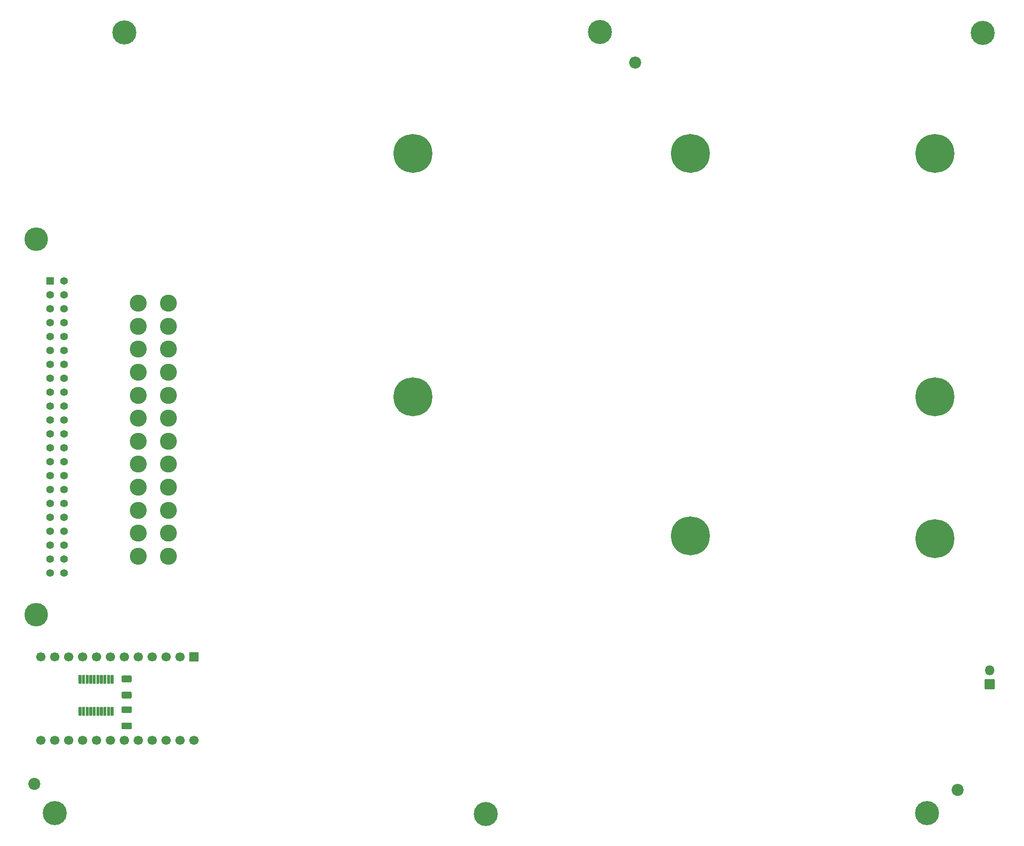
<source format=gbr>
%TF.GenerationSoftware,KiCad,Pcbnew,(5.1.10)-1*%
%TF.CreationDate,2023-06-15T12:59:47-05:00*%
%TF.ProjectId,FM Towns Pico Adapter,464d2054-6f77-46e7-9320-5069636f2041,rev?*%
%TF.SameCoordinates,Original*%
%TF.FileFunction,Soldermask,Top*%
%TF.FilePolarity,Negative*%
%FSLAX46Y46*%
G04 Gerber Fmt 4.6, Leading zero omitted, Abs format (unit mm)*
G04 Created by KiCad (PCBNEW (5.1.10)-1) date 2023-06-15 12:59:47*
%MOMM*%
%LPD*%
G01*
G04 APERTURE LIST*
%ADD10C,7.100000*%
%ADD11C,0.900000*%
%ADD12C,1.700000*%
%ADD13C,2.200000*%
%ADD14C,4.400000*%
%ADD15O,1.800000X1.800000*%
%ADD16C,3.103200*%
%ADD17C,4.300000*%
%ADD18C,1.400000*%
G04 APERTURE END LIST*
%TO.C,C2*%
G36*
G01*
X60027738Y-146900000D02*
X61384262Y-146900000D01*
G75*
G02*
X61656000Y-147171738I0J-271738D01*
G01*
X61656000Y-147878262D01*
G75*
G02*
X61384262Y-148150000I-271738J0D01*
G01*
X60027738Y-148150000D01*
G75*
G02*
X59756000Y-147878262I0J271738D01*
G01*
X59756000Y-147171738D01*
G75*
G02*
X60027738Y-146900000I271738J0D01*
G01*
G37*
G36*
G01*
X60027738Y-143950000D02*
X61384262Y-143950000D01*
G75*
G02*
X61656000Y-144221738I0J-271738D01*
G01*
X61656000Y-144928262D01*
G75*
G02*
X61384262Y-145200000I-271738J0D01*
G01*
X60027738Y-145200000D01*
G75*
G02*
X59756000Y-144928262I0J271738D01*
G01*
X59756000Y-144221738D01*
G75*
G02*
X60027738Y-143950000I271738J0D01*
G01*
G37*
%TD*%
%TO.C,C1*%
G36*
G01*
X61384262Y-150837000D02*
X60027738Y-150837000D01*
G75*
G02*
X59756000Y-150565262I0J271738D01*
G01*
X59756000Y-149858738D01*
G75*
G02*
X60027738Y-149587000I271738J0D01*
G01*
X61384262Y-149587000D01*
G75*
G02*
X61656000Y-149858738I0J-271738D01*
G01*
X61656000Y-150565262D01*
G75*
G02*
X61384262Y-150837000I-271738J0D01*
G01*
G37*
G36*
G01*
X61384262Y-153787000D02*
X60027738Y-153787000D01*
G75*
G02*
X59756000Y-153515262I0J271738D01*
G01*
X59756000Y-152808738D01*
G75*
G02*
X60027738Y-152537000I271738J0D01*
G01*
X61384262Y-152537000D01*
G75*
G02*
X61656000Y-152808738I0J-271738D01*
G01*
X61656000Y-153515262D01*
G75*
G02*
X61384262Y-153787000I-271738J0D01*
G01*
G37*
%TD*%
%TO.C,GP1*%
G36*
G01*
X57768000Y-151224000D02*
X57768000Y-149774000D01*
G75*
G02*
X57818000Y-149724000I50000J0D01*
G01*
X58268000Y-149724000D01*
G75*
G02*
X58318000Y-149774000I0J-50000D01*
G01*
X58318000Y-151224000D01*
G75*
G02*
X58268000Y-151274000I-50000J0D01*
G01*
X57818000Y-151274000D01*
G75*
G02*
X57768000Y-151224000I0J50000D01*
G01*
G37*
G36*
G01*
X57118000Y-151224000D02*
X57118000Y-149774000D01*
G75*
G02*
X57168000Y-149724000I50000J0D01*
G01*
X57618000Y-149724000D01*
G75*
G02*
X57668000Y-149774000I0J-50000D01*
G01*
X57668000Y-151224000D01*
G75*
G02*
X57618000Y-151274000I-50000J0D01*
G01*
X57168000Y-151274000D01*
G75*
G02*
X57118000Y-151224000I0J50000D01*
G01*
G37*
G36*
G01*
X56468000Y-151224000D02*
X56468000Y-149774000D01*
G75*
G02*
X56518000Y-149724000I50000J0D01*
G01*
X56968000Y-149724000D01*
G75*
G02*
X57018000Y-149774000I0J-50000D01*
G01*
X57018000Y-151224000D01*
G75*
G02*
X56968000Y-151274000I-50000J0D01*
G01*
X56518000Y-151274000D01*
G75*
G02*
X56468000Y-151224000I0J50000D01*
G01*
G37*
G36*
G01*
X55818000Y-151224000D02*
X55818000Y-149774000D01*
G75*
G02*
X55868000Y-149724000I50000J0D01*
G01*
X56318000Y-149724000D01*
G75*
G02*
X56368000Y-149774000I0J-50000D01*
G01*
X56368000Y-151224000D01*
G75*
G02*
X56318000Y-151274000I-50000J0D01*
G01*
X55868000Y-151274000D01*
G75*
G02*
X55818000Y-151224000I0J50000D01*
G01*
G37*
G36*
G01*
X55168000Y-151224000D02*
X55168000Y-149774000D01*
G75*
G02*
X55218000Y-149724000I50000J0D01*
G01*
X55668000Y-149724000D01*
G75*
G02*
X55718000Y-149774000I0J-50000D01*
G01*
X55718000Y-151224000D01*
G75*
G02*
X55668000Y-151274000I-50000J0D01*
G01*
X55218000Y-151274000D01*
G75*
G02*
X55168000Y-151224000I0J50000D01*
G01*
G37*
G36*
G01*
X54518000Y-151224000D02*
X54518000Y-149774000D01*
G75*
G02*
X54568000Y-149724000I50000J0D01*
G01*
X55018000Y-149724000D01*
G75*
G02*
X55068000Y-149774000I0J-50000D01*
G01*
X55068000Y-151224000D01*
G75*
G02*
X55018000Y-151274000I-50000J0D01*
G01*
X54568000Y-151274000D01*
G75*
G02*
X54518000Y-151224000I0J50000D01*
G01*
G37*
G36*
G01*
X53868000Y-151224000D02*
X53868000Y-149774000D01*
G75*
G02*
X53918000Y-149724000I50000J0D01*
G01*
X54368000Y-149724000D01*
G75*
G02*
X54418000Y-149774000I0J-50000D01*
G01*
X54418000Y-151224000D01*
G75*
G02*
X54368000Y-151274000I-50000J0D01*
G01*
X53918000Y-151274000D01*
G75*
G02*
X53868000Y-151224000I0J50000D01*
G01*
G37*
G36*
G01*
X53218000Y-151224000D02*
X53218000Y-149774000D01*
G75*
G02*
X53268000Y-149724000I50000J0D01*
G01*
X53718000Y-149724000D01*
G75*
G02*
X53768000Y-149774000I0J-50000D01*
G01*
X53768000Y-151224000D01*
G75*
G02*
X53718000Y-151274000I-50000J0D01*
G01*
X53268000Y-151274000D01*
G75*
G02*
X53218000Y-151224000I0J50000D01*
G01*
G37*
G36*
G01*
X52568000Y-151224000D02*
X52568000Y-149774000D01*
G75*
G02*
X52618000Y-149724000I50000J0D01*
G01*
X53068000Y-149724000D01*
G75*
G02*
X53118000Y-149774000I0J-50000D01*
G01*
X53118000Y-151224000D01*
G75*
G02*
X53068000Y-151274000I-50000J0D01*
G01*
X52618000Y-151274000D01*
G75*
G02*
X52568000Y-151224000I0J50000D01*
G01*
G37*
G36*
G01*
X51918000Y-151224000D02*
X51918000Y-149774000D01*
G75*
G02*
X51968000Y-149724000I50000J0D01*
G01*
X52418000Y-149724000D01*
G75*
G02*
X52468000Y-149774000I0J-50000D01*
G01*
X52468000Y-151224000D01*
G75*
G02*
X52418000Y-151274000I-50000J0D01*
G01*
X51968000Y-151274000D01*
G75*
G02*
X51918000Y-151224000I0J50000D01*
G01*
G37*
G36*
G01*
X51918000Y-145374000D02*
X51918000Y-143924000D01*
G75*
G02*
X51968000Y-143874000I50000J0D01*
G01*
X52418000Y-143874000D01*
G75*
G02*
X52468000Y-143924000I0J-50000D01*
G01*
X52468000Y-145374000D01*
G75*
G02*
X52418000Y-145424000I-50000J0D01*
G01*
X51968000Y-145424000D01*
G75*
G02*
X51918000Y-145374000I0J50000D01*
G01*
G37*
G36*
G01*
X52568000Y-145374000D02*
X52568000Y-143924000D01*
G75*
G02*
X52618000Y-143874000I50000J0D01*
G01*
X53068000Y-143874000D01*
G75*
G02*
X53118000Y-143924000I0J-50000D01*
G01*
X53118000Y-145374000D01*
G75*
G02*
X53068000Y-145424000I-50000J0D01*
G01*
X52618000Y-145424000D01*
G75*
G02*
X52568000Y-145374000I0J50000D01*
G01*
G37*
G36*
G01*
X53218000Y-145374000D02*
X53218000Y-143924000D01*
G75*
G02*
X53268000Y-143874000I50000J0D01*
G01*
X53718000Y-143874000D01*
G75*
G02*
X53768000Y-143924000I0J-50000D01*
G01*
X53768000Y-145374000D01*
G75*
G02*
X53718000Y-145424000I-50000J0D01*
G01*
X53268000Y-145424000D01*
G75*
G02*
X53218000Y-145374000I0J50000D01*
G01*
G37*
G36*
G01*
X53868000Y-145374000D02*
X53868000Y-143924000D01*
G75*
G02*
X53918000Y-143874000I50000J0D01*
G01*
X54368000Y-143874000D01*
G75*
G02*
X54418000Y-143924000I0J-50000D01*
G01*
X54418000Y-145374000D01*
G75*
G02*
X54368000Y-145424000I-50000J0D01*
G01*
X53918000Y-145424000D01*
G75*
G02*
X53868000Y-145374000I0J50000D01*
G01*
G37*
G36*
G01*
X54518000Y-145374000D02*
X54518000Y-143924000D01*
G75*
G02*
X54568000Y-143874000I50000J0D01*
G01*
X55018000Y-143874000D01*
G75*
G02*
X55068000Y-143924000I0J-50000D01*
G01*
X55068000Y-145374000D01*
G75*
G02*
X55018000Y-145424000I-50000J0D01*
G01*
X54568000Y-145424000D01*
G75*
G02*
X54518000Y-145374000I0J50000D01*
G01*
G37*
G36*
G01*
X55168000Y-145374000D02*
X55168000Y-143924000D01*
G75*
G02*
X55218000Y-143874000I50000J0D01*
G01*
X55668000Y-143874000D01*
G75*
G02*
X55718000Y-143924000I0J-50000D01*
G01*
X55718000Y-145374000D01*
G75*
G02*
X55668000Y-145424000I-50000J0D01*
G01*
X55218000Y-145424000D01*
G75*
G02*
X55168000Y-145374000I0J50000D01*
G01*
G37*
G36*
G01*
X55818000Y-145374000D02*
X55818000Y-143924000D01*
G75*
G02*
X55868000Y-143874000I50000J0D01*
G01*
X56318000Y-143874000D01*
G75*
G02*
X56368000Y-143924000I0J-50000D01*
G01*
X56368000Y-145374000D01*
G75*
G02*
X56318000Y-145424000I-50000J0D01*
G01*
X55868000Y-145424000D01*
G75*
G02*
X55818000Y-145374000I0J50000D01*
G01*
G37*
G36*
G01*
X56468000Y-145374000D02*
X56468000Y-143924000D01*
G75*
G02*
X56518000Y-143874000I50000J0D01*
G01*
X56968000Y-143874000D01*
G75*
G02*
X57018000Y-143924000I0J-50000D01*
G01*
X57018000Y-145374000D01*
G75*
G02*
X56968000Y-145424000I-50000J0D01*
G01*
X56518000Y-145424000D01*
G75*
G02*
X56468000Y-145374000I0J50000D01*
G01*
G37*
G36*
G01*
X57118000Y-145374000D02*
X57118000Y-143924000D01*
G75*
G02*
X57168000Y-143874000I50000J0D01*
G01*
X57618000Y-143874000D01*
G75*
G02*
X57668000Y-143924000I0J-50000D01*
G01*
X57668000Y-145374000D01*
G75*
G02*
X57618000Y-145424000I-50000J0D01*
G01*
X57168000Y-145424000D01*
G75*
G02*
X57118000Y-145374000I0J50000D01*
G01*
G37*
G36*
G01*
X57768000Y-145374000D02*
X57768000Y-143924000D01*
G75*
G02*
X57818000Y-143874000I50000J0D01*
G01*
X58268000Y-143874000D01*
G75*
G02*
X58318000Y-143924000I0J-50000D01*
G01*
X58318000Y-145374000D01*
G75*
G02*
X58268000Y-145424000I-50000J0D01*
G01*
X57818000Y-145424000D01*
G75*
G02*
X57768000Y-145374000I0J50000D01*
G01*
G37*
%TD*%
D10*
%TO.C,PAD1*%
X112985600Y-48575100D03*
D11*
X112985600Y-45950100D03*
X114841755Y-46718945D03*
X115610600Y-48575100D03*
X114841755Y-50431255D03*
X112985600Y-51200100D03*
X111129445Y-50431255D03*
X110360600Y-48575100D03*
X111129445Y-46718945D03*
%TD*%
D10*
%TO.C,PAD1*%
X208235600Y-93025100D03*
D11*
X208235600Y-90400100D03*
X210091755Y-91168945D03*
X210860600Y-93025100D03*
X210091755Y-94881255D03*
X208235600Y-95650100D03*
X206379445Y-94881255D03*
X205610600Y-93025100D03*
X206379445Y-91168945D03*
%TD*%
%TO.C,PAD1*%
X111129445Y-91168945D03*
X110360600Y-93025100D03*
X111129445Y-94881255D03*
X112985600Y-95650100D03*
X114841755Y-94881255D03*
X115610600Y-93025100D03*
X114841755Y-91168945D03*
X112985600Y-90400100D03*
D10*
X112985600Y-93025100D03*
%TD*%
%TO.C,PAD2*%
X163595100Y-118488600D03*
D11*
X163595100Y-115863600D03*
X165451255Y-116632445D03*
X166220100Y-118488600D03*
X165451255Y-120344755D03*
X163595100Y-121113600D03*
X161738945Y-120344755D03*
X160970100Y-118488600D03*
X161738945Y-116632445D03*
%TD*%
D10*
%TO.C,PAD1*%
X208235600Y-118933100D03*
D11*
X208235600Y-116308100D03*
X210091755Y-117076945D03*
X210860600Y-118933100D03*
X210091755Y-120789255D03*
X208235600Y-121558100D03*
X206379445Y-120789255D03*
X205610600Y-118933100D03*
X206379445Y-117076945D03*
%TD*%
D10*
%TO.C,PAD3*%
X163595100Y-48575100D03*
D11*
X163595100Y-45950100D03*
X165451255Y-46718945D03*
X166220100Y-48575100D03*
X165451255Y-50431255D03*
X163595100Y-51200100D03*
X161738945Y-50431255D03*
X160970100Y-48575100D03*
X161738945Y-46718945D03*
%TD*%
D10*
%TO.C,PAD4*%
X208235600Y-48575100D03*
D11*
X208235600Y-45950100D03*
X210091755Y-46718945D03*
X210860600Y-48575100D03*
X210091755Y-50431255D03*
X208235600Y-51200100D03*
X206379445Y-50431255D03*
X205610600Y-48575100D03*
X206379445Y-46718945D03*
%TD*%
D12*
%TO.C,U1*%
X72993160Y-155795960D03*
X70453160Y-155795960D03*
X67913160Y-155795960D03*
X65373160Y-155795960D03*
X62833160Y-155795960D03*
X60293160Y-155795960D03*
X57753160Y-155795960D03*
X55213160Y-155795960D03*
X52673160Y-155795960D03*
X50133160Y-155795960D03*
X47593160Y-155795960D03*
X45053160Y-155795960D03*
X45053160Y-140555960D03*
X47593160Y-140555960D03*
X50133160Y-140555960D03*
X52673160Y-140555960D03*
X55213160Y-140555960D03*
X57753160Y-140555960D03*
X60293160Y-140555960D03*
X62833160Y-140555960D03*
X65373160Y-140555960D03*
X67913160Y-140555960D03*
X70453160Y-140555960D03*
G36*
G01*
X73843160Y-139755960D02*
X73843160Y-141355960D01*
G75*
G02*
X73793160Y-141405960I-50000J0D01*
G01*
X72193160Y-141405960D01*
G75*
G02*
X72143160Y-141355960I0J50000D01*
G01*
X72143160Y-139755960D01*
G75*
G02*
X72193160Y-139705960I50000J0D01*
G01*
X73793160Y-139705960D01*
G75*
G02*
X73843160Y-139755960I0J-50000D01*
G01*
G37*
%TD*%
D13*
%TO.C,REF\u002A\u002A*%
X153543000Y-32039560D03*
%TD*%
D14*
%TO.C,REF\u002A\u002A*%
X147081240Y-26421080D03*
%TD*%
%TO.C,REF\u002A\u002A*%
X216890600Y-26614120D03*
%TD*%
%TO.C,REF\u002A\u002A*%
X60264040Y-26507440D03*
%TD*%
D13*
%TO.C,REF\u002A\u002A*%
X212344000Y-164871400D03*
%TD*%
D14*
%TO.C,REF\u002A\u002A*%
X206756000Y-169077640D03*
%TD*%
%TO.C,REF\u002A\u002A*%
X126278640Y-169214800D03*
%TD*%
%TO.C,REF\u002A\u002A*%
X47598280Y-169108840D03*
%TD*%
D13*
%TO.C,REF\u002A\u002A*%
X43848280Y-163778840D03*
%TD*%
D15*
%TO.C,FAN1*%
X218186000Y-143002000D03*
G36*
G01*
X219086000Y-144692000D02*
X219086000Y-146392000D01*
G75*
G02*
X219036000Y-146442000I-50000J0D01*
G01*
X217336000Y-146442000D01*
G75*
G02*
X217286000Y-146392000I0J50000D01*
G01*
X217286000Y-144692000D01*
G75*
G02*
X217336000Y-144642000I50000J0D01*
G01*
X219036000Y-144642000D01*
G75*
G02*
X219086000Y-144692000I0J-50000D01*
G01*
G37*
%TD*%
D16*
%TO.C,J1*%
X62857140Y-122170600D03*
X62857140Y-117970600D03*
X62857140Y-113770600D03*
X62857140Y-109570600D03*
X62857140Y-105370600D03*
X62857140Y-101170600D03*
X62857140Y-96970600D03*
X62857140Y-92770600D03*
X62857140Y-88570600D03*
X62857140Y-84370600D03*
X62857140Y-80170600D03*
X62857140Y-75970600D03*
X68357140Y-122170600D03*
X68357140Y-117970600D03*
X68357140Y-113770600D03*
X68357140Y-109570600D03*
X68357140Y-105370600D03*
X68357140Y-101170600D03*
X68357140Y-96970600D03*
X68357140Y-92770600D03*
X68357140Y-88570600D03*
X68357140Y-84370600D03*
X68357140Y-80170600D03*
X68357140Y-75970600D03*
%TD*%
D17*
%TO.C,J2*%
X44196000Y-132842000D03*
X44196000Y-64262000D03*
D18*
X49276000Y-125222000D03*
X49276000Y-122682000D03*
X49276000Y-120142000D03*
X49276000Y-117602000D03*
X49276000Y-115062000D03*
X49276000Y-112522000D03*
X49276000Y-109982000D03*
X49276000Y-107442000D03*
X49276000Y-104902000D03*
X49276000Y-102362000D03*
X49276000Y-99822000D03*
X49276000Y-97282000D03*
X49276000Y-94742000D03*
X49276000Y-92202000D03*
X49276000Y-89662000D03*
X49276000Y-87122000D03*
X49276000Y-84582000D03*
X49276000Y-82042000D03*
X49276000Y-79502000D03*
X49276000Y-76962000D03*
X49276000Y-74422000D03*
X49276000Y-71882000D03*
X46736000Y-125222000D03*
X46736000Y-122682000D03*
X46736000Y-120142000D03*
X46736000Y-117602000D03*
X46736000Y-115062000D03*
X46736000Y-112522000D03*
X46736000Y-109982000D03*
X46736000Y-107442000D03*
X46736000Y-104902000D03*
X46736000Y-102362000D03*
X46736000Y-99822000D03*
X46736000Y-97282000D03*
X46736000Y-94742000D03*
X46736000Y-92202000D03*
X46736000Y-89662000D03*
X46736000Y-87122000D03*
X46736000Y-84582000D03*
X46736000Y-82042000D03*
X46736000Y-79502000D03*
X46736000Y-76962000D03*
X46736000Y-74422000D03*
G36*
G01*
X46036000Y-72532000D02*
X46036000Y-71232000D01*
G75*
G02*
X46086000Y-71182000I50000J0D01*
G01*
X47386000Y-71182000D01*
G75*
G02*
X47436000Y-71232000I0J-50000D01*
G01*
X47436000Y-72532000D01*
G75*
G02*
X47386000Y-72582000I-50000J0D01*
G01*
X46086000Y-72582000D01*
G75*
G02*
X46036000Y-72532000I0J50000D01*
G01*
G37*
%TD*%
M02*

</source>
